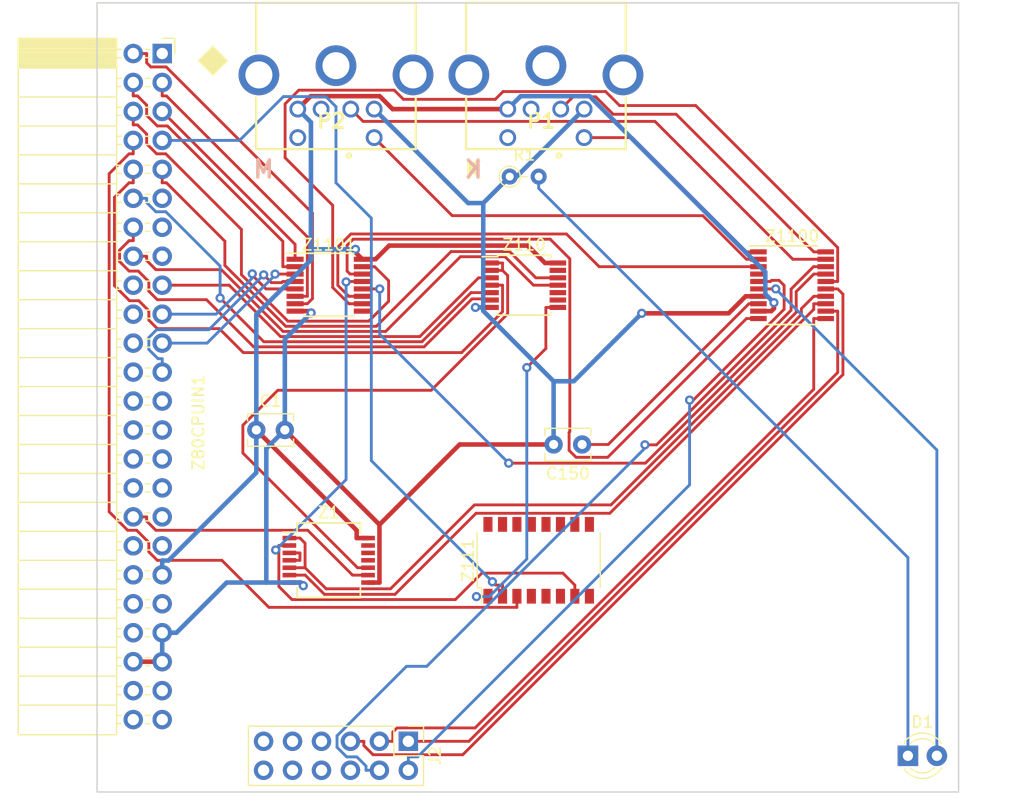
<source format=kicad_pcb>
(kicad_pcb (version 20211014) (generator pcbnew)
  (layers (0 "F.Cu" signal) (31 "B.Cu" signal) (34 "B.Paste" user) (35 "F.Paste" user) (36 "B.SilkS" user "B.Silkscreen") (37 "F.SilkS" user "F.Silkscreen") (38 "B.Mask" user) (39 "F.Mask" user) (44 "Edge.Cuts" user))
  (net 0 "")
  (net 1 "GND")
  (net 2 "/~{INT}")
  (net 3 "/~{NMI}")
  (net 4 "/+9Vsm")
  (net 5 "/~{HALT}")
  (net 6 "/~{MREQ}")
  (net 7 "/~{CPUCLK}")
  (net 8 "/~{IOREQ}")
  (net 9 "/A11")
  (net 10 "/~{RD}")
  (net 11 "/A12")
  (net 12 "/~{WR}")
  (net 13 "/A13")
  (net 14 "/~{BUSAK}")
  (net 15 "/A14")
  (net 16 "/~{WAIT}")
  (net 17 "/A15")
  (net 18 "/~{BUSRQ}")
  (net 19 "/DA4")
  (net 20 "/~{RESET}")
  (net 21 "/DA3")
  (net 22 "/~{M1}")
  (net 23 "/DA5")
  (net 24 "/~{REFSH}")
  (net 25 "/A2")
  (net 26 "/A6")
  (net 27 "/A10")
  (net 28 "/A5")
  (net 29 "/A9")
  (net 30 "/A4")
  (net 31 "/A8")
  (net 32 "/A3")
  (net 33 "/A7")
  (net 34 "/A1")
  (net 35 "/A0")
  (net 36 "/DA0")
  (net 37 "/DA1")
  (net 38 "/DA2")
  (net 39 "/DA6")
  (net 40 "/DA7")
  (net 41 "/~{WE}")
  (net 46 "VCC")
  (net 47 "/VCAP")
  (net 48 "/PD3-(HS)-AIN4-TIM2_CH2-ADC_ETR")
  (net 49 "/UART1_RX-AIN6-(HS)-PD6")
  (net 50 "/PD2(HS)-AIN3-[TIM2_CH3]")
  (net 51 "/PD1(HS)-SWIM")
  (net 52 "/PC7(HS)-SPI_MISO-[TIM1_CH2]")
  (net 53 "/PC6(HS)-SPI_MOSI-[TIM1_CH1]")
  (net 54 "/PC5-(HS)-SPI_SCK-[TIM2_CH1]")
  (net 55 "/PC4[HS]-TIM1_CH4-CLK_CCO-AIN2-[TIM1_CH2N]")
  (net 56 "/PC3(HS)-TIM1_CH3-[TLI]-[TIM1_CH1N]")
  (net 57 "/SPI_NSS-TIM2_CH3-(HS)PA3")
  (net 58 "/OSCOUT-PA2")
  (net 59 "/OSCIN-PA1")
  (net 60 "/NRST")
  (net 66 "/PS2+CLK2")
  (net 67 "/PS2+CLK1")
  (net 76 "/~{Q}")
  (net 77 "Net-(Z1-Pad10)")
  (net 78 "/PS2-Socket")
  (net 82 "Net-(Z110-Pad8)")
  (net 86 "Net-(D1-Pad1)")
  (net 93 "/PB5(T)-I2C_SDA[TIM1_BKIN]")
  (net 94 "/PB4(T)-I2C_SCL[ADC_ETR]")
  (footprint "Connector_PinSocket_2.54mm:PinSocket_2x24_P2.54mm_Horizontal" (layer "F.Cu") (at 59.055 41.275)
    (fp_text reference "Z80CPUIN1")
    (fp_text value "Conn_02x24_Odd_Even")
  )
  (footprint "Capacitor_THT:C_Disc_D3.8mm_W2.6mm_P2.50mm" (layer "F.Cu") (at 95.885 75.565 180)
    (fp_text reference "C150")
    (fp_text value "1uF")
  )
  (footprint "Local:5749180-1" (layer "F.Cu") (at 92.71 36.83)
    (fp_text reference "P1")
    (fp_text value "Mini-DIN-6" hide)
  )
  (footprint "Connector_PinHeader_2.54mm:PinHeader_2x06_P2.54mm_Vertical" (layer "F.Cu") (at 80.645 101.6 -90)
    (fp_text reference "J2")
    (fp_text value "Conn_02x06_Counter_Clockwise")
  )
  (footprint "Package_SO:TSSOP-20_4.4x6.5mm_P0.65mm" (layer "F.Cu") (at 114.3 61.595)
    (fp_text reference "Z1100")
    (fp_text value "STM8S003F3P6")
  )
  (footprint "Package_SO:TSSOP-16_4.4x5mm_P0.65mm" (layer "F.Cu") (at 73.66 61.595)
    (fp_text reference "Z1101")
    (fp_text value "74AHCT595PW,118")
  )
  (footprint "Local:5749180-1" (layer "F.Cu") (at 74.295 36.83)
    (fp_text reference "P2")
    (fp_text value "Mini-DIN-6" hide)
  )
  (footprint "Package_SO:SSOP-14_5.3x6.2mm_P0.65mm" (layer "F.Cu") (at 73.66 85.725)
    (fp_text reference "Z1")
    (fp_text value "SN74AHCT02PWR")
  )
  (footprint "Package_SO:TSSOP-14_4.4x5mm_P0.65mm" (layer "F.Cu") (at 90.805 61.595)
    (fp_text reference "Z110")
    (fp_text value "74AHCT30PW,118")
  )
  (footprint "Package_SO:SOP-16_4.4x10.4mm_P1.27mm" (layer "F.Cu") (at 92.075 85.725 90)
    (fp_text reference "Z111")
    (fp_text value "SN74AHCT139D")
  )
  (footprint "LED_THT:LED_D3.0mm" (layer "F.Cu") (at 124.46 102.87)
    (fp_text reference "D1")
    (fp_text value "C503C-RCN-CYAZaAA1")
  )
  (footprint "Resistor_THT:R_Axial_DIN0204_L3.6mm_D1.6mm_P2.54mm_Vertical" (layer "F.Cu") (at 89.535 52.07)
    (fp_text reference "R1")
    (fp_text value "220")
  )
  (footprint "Capacitor_THT:C_Disc_D3.8mm_W2.6mm_P2.50mm" (layer "F.Cu") (at 67.31 74.295)
    (fp_text reference "C1")
    (fp_text value "0.1 uF")
  )
  (gr_poly (pts (xy 62.23 41.91) (xy 63.5 40.64) (xy 64.77 41.91) (xy 63.5 43.18)) (layer "F.SilkS") (width 0.1) (fill solid))
  (gr_line (start 53.34 106.045) (end 53.34 36.83) (layer "Edge.Cuts") (width 0.12))
  (gr_line (start 53.34 36.83) (end 128.905 36.83) (layer "Edge.Cuts") (width 0.12))
  (gr_line (start 128.905 36.83) (end 128.905 106.045) (layer "Edge.Cuts") (width 0.12))
  (gr_line (start 128.905 106.045) (end 53.34 106.045) (layer "Edge.Cuts") (width 0.12))
  (gr_text "K" (at 86.36 51.435) (layer "B.SilkS") (effects (font (size 1.5 1.5) (thickness 0.3)) (justify mirror)))
  (gr_text "M" (at 67.945 51.435) (layer "B.SilkS") (effects (font (size 1.5 1.5) (thickness 0.3)) (justify mirror)))
  (gr_text "M" (at 67.945 51.435) (layer "F.SilkS") (effects (font (size 1.5 1.5) (thickness 0.3))))
  (gr_text "K" (at 86.36 51.435) (layer "F.SilkS") (effects (font (size 1.5 1.5) (thickness 0.3))))
  (segment (start 70.21 87.675) (end 71.2103 87.675) (width 0.4) (layer "F.Cu") (net 1))
  (segment (start 77.11 87.675) (end 78.1103 87.675) (width 0.4) (layer "F.Cu") (net 1))
  (segment (start 110.2247 62.57) (end 108.7349 64.0598) (width 0.4) (layer "F.Cu") (net 1))
  (segment (start 111.35 62.57) (end 110.2247 62.57) (width 0.4) (layer "F.Cu") (net 1))
  (segment (start 93.385 75.565) (end 85.1406 75.565) (width 0.4) (layer "F.Cu") (net 1))
  (segment (start 72.0142 64.0239) (end 72.1165 64.0239) (width 0.4) (layer "F.Cu") (net 1))
  (segment (start 86.7297 63.545) (end 86.5274 63.545) (width 0.4) (layer "F.Cu") (net 1))
  (segment (start 71.2103 87.7315) (end 71.2103 87.675) (width 0.4) (layer "F.Cu") (net 1))
  (segment (start 71.8603 63.87) (end 72.0142 64.0239) (width 0.4) (layer "F.Cu") (net 1))
  (segment (start 108.7349 64.0598) (end 101.1147 64.0598) (width 0.4) (layer "F.Cu") (net 1))
  (segment (start 78.1103 82.5953) (end 78.1103 87.675) (width 0.4) (layer "F.Cu") (net 1))
  (segment (start 71.4313 87.9525) (end 71.2103 87.7315) (width 0.4) (layer "F.Cu") (net 1))
  (segment (start 87.855 63.545) (end 86.7297 63.545) (width 0.4) (layer "F.Cu") (net 1))
  (segment (start 85.1406 75.565) (end 78.1103 82.5953) (width 0.4) (layer "F.Cu") (net 1))
  (segment (start 69.81 74.295) (end 78.1103 82.5953) (width 0.4) (layer "F.Cu") (net 1))
  (segment (start 59.055 94.615) (end 56.515 94.615) (width 0.4) (layer "F.Cu") (net 1))
  (segment (start 70.71 63.87) (end 71.8603 63.87) (width 0.4) (layer "F.Cu") (net 1))
  (via (at 101.1147 64.0598) (size 0.8) (drill 0.4) (layers "F.Cu" "B.Cu") (net 1))
  (via (at 72.1165 64.0239) (size 0.8) (drill 0.4) (layers "F.Cu" "B.Cu") (net 1))
  (via (at 86.5274 63.545) (size 0.8) (drill 0.4) (layers "F.Cu" "B.Cu") (net 1))
  (via (at 71.4313 87.9525) (size 0.8) (drill 0.4) (layers "F.Cu" "B.Cu") (net 1))
  (segment (start 68.1863 87.6735) (end 71.1523 87.6735) (width 0.4) (layer "B.Cu") (net 1))
  (segment (start 96.06 46.15) (end 90.14 52.07) (width 0.4) (layer "B.Cu") (net 1))
  (segment (start 69.81 66.3304) (end 72.1165 64.0239) (width 0.4) (layer "B.Cu") (net 1))
  (segment (start 69.81 74.295) (end 68.1863 75.9187) (width 0.4) (layer "B.Cu") (net 1))
  (segment (start 64.7068 87.6735) (end 68.1863 87.6735) (width 0.4) (layer "B.Cu") (net 1))
  (segment (start 87.2143 54.3907) (end 85.8857 54.3907) (width 0.4) (layer "B.Cu") (net 1))
  (segment (start 95.1554 70.0191) (end 101.1147 64.0598) (width 0.4) (layer "B.Cu") (net 1))
  (segment (start 59.055 92.075) (end 60.3053 92.075) (width 0.4) (layer "B.Cu") (net 1))
  (segment (start 87.2143 54.3907) (end 89.535 52.07) (width 0.4) (layer "B.Cu") (net 1))
  (segment (start 68.1863 75.9187) (end 68.1863 87.6735) (width 0.4) (layer "B.Cu") (net 1))
  (segment (start 71.1523 87.6735) (end 71.4313 87.9525) (width 0.4) (layer "B.Cu") (net 1))
  (segment (start 87.2143 63.545) (end 87.2143 54.3907) (width 0.4) (layer "B.Cu") (net 1))
  (segment (start 90.14 52.07) (end 89.535 52.07) (width 0.4) (layer "B.Cu") (net 1))
  (segment (start 69.81 74.295) (end 69.81 66.3304) (width 0.4) (layer "B.Cu") (net 1))
  (segment (start 59.055 94.615) (end 59.055 92.075) (width 0.4) (layer "B.Cu") (net 1))
  (segment (start 85.8857 54.3907) (end 77.645 46.15) (width 0.4) (layer "B.Cu") (net 1))
  (segment (start 87.2143 63.8484) (end 93.385 70.0191) (width 0.4) (layer "B.Cu") (net 1))
  (segment (start 86.5274 63.545) (end 87.2143 63.545) (width 0.4) (layer "B.Cu") (net 1))
  (segment (start 60.3053 92.075) (end 64.7068 87.6735) (width 0.4) (layer "B.Cu") (net 1))
  (segment (start 87.2143 63.545) (end 87.2143 63.8484) (width 0.4) (layer "B.Cu") (net 1))
  (segment (start 93.385 70.0191) (end 95.1554 70.0191) (width 0.4) (layer "B.Cu") (net 1))
  (segment (start 93.385 75.565) (end 93.385 70.0191) (width 0.4) (layer "B.Cu") (net 1))
  (segment (start 75.7499 87.025) (end 71.8152 83.0903) (width 0.25) (layer "F.Cu") (net 8))
  (segment (start 71.8152 83.0903) (end 58.4982 83.0903) (width 0.25) (layer "F.Cu") (net 8))
  (segment (start 56.515 81.915) (end 57.6903 81.915) (width 0.25) (layer "F.Cu") (net 8))
  (segment (start 77.11 87.025) (end 75.7499 87.025) (width 0.25) (layer "F.Cu") (net 8))
  (segment (start 57.6903 82.2824) (end 57.6903 81.915) (width 0.25) (layer "F.Cu") (net 8))
  (segment (start 58.4982 83.0903) (end 57.6903 82.2824) (width 0.25) (layer "F.Cu") (net 8))
  (segment (start 70.71 61.27) (end 69.6347 61.27) (width 0.25) (layer "F.Cu") (net 19))
  (segment (start 68.6347 61.3696) (end 67.9537 60.6886) (width 0.25) (layer "F.Cu") (net 19))
  (segment (start 69.5351 61.3696) (end 68.6347 61.3696) (width 0.25) (layer "F.Cu") (net 19))
  (segment (start 69.6347 61.27) (end 69.5351 61.3696) (width 0.25) (layer "F.Cu") (net 19))
  (via (at 67.9537 60.6886) (size 0.8) (drill 0.4) (layers "F.Cu" "B.Cu") (net 19))
  (segment (start 57.8796 66.1856) (end 58.5656 65.4996) (width 0.25) (layer "B.Cu") (net 19))
  (segment (start 59.055 68.0397) (end 58.6877 68.0397) (width 0.25) (layer "B.Cu") (net 19))
  (segment (start 57.8796 67.2316) (end 57.8796 66.1856) (width 0.25) (layer "B.Cu") (net 19))
  (segment (start 58.6877 68.0397) (end 57.8796 67.2316) (width 0.25) (layer "B.Cu") (net 19))
  (segment (start 63.1427 65.4996) (end 67.9537 60.6886) (width 0.25) (layer "B.Cu") (net 19))
  (segment (start 59.055 69.215) (end 59.055 68.0397) (width 0.25) (layer "B.Cu") (net 19))
  (segment (start 58.5656 65.4996) (end 63.1427 65.4996) (width 0.25) (layer "B.Cu") (net 19))
  (segment (start 68.9541 60.62) (end 70.71 60.62) (width 0.25) (layer "F.Cu") (net 21))
  (via (at 68.9541 60.62) (size 0.8) (drill 0.4) (layers "F.Cu" "B.Cu") (net 21))
  (segment (start 68.9541 60.714) (end 68.9541 60.62) (width 0.25) (layer "B.Cu") (net 21))
  (segment (start 59.055 66.675) (end 62.9931 66.675) (width 0.25) (layer "B.Cu") (net 21))
  (segment (start 62.9931 66.675) (end 68.9541 60.714) (width 0.25) (layer "B.Cu") (net 21))
  (segment (start 70.71 61.92) (end 68.1592 61.92) (width 0.25) (layer "F.Cu") (net 23))
  (segment (start 66.9533 60.7141) (end 66.9533 60.5989) (width 0.25) (layer "F.Cu") (net 23))
  (segment (start 68.1592 61.92) (end 66.9533 60.7141) (width 0.25) (layer "F.Cu") (net 23))
  (via (at 66.9533 60.5989) (size 0.8) (drill 0.4) (layers "F.Cu" "B.Cu") (net 23))
  (segment (start 66.9533 60.9658) (end 66.9533 60.5989) (width 0.25) (layer "B.Cu") (net 23))
  (segment (start 59.055 64.135) (end 63.7841 64.135) (width 0.25) (layer "B.Cu") (net 23))
  (segment (start 63.7841 64.135) (end 66.9533 60.9658) (width 0.25) (layer "B.Cu") (net 23))
  (segment (start 59.055 61.595) (end 60.2303 61.595) (width 0.25) (layer "F.Cu") (net 25))
  (segment (start 86.8047 60.945) (end 81.6495 66.1002) (width 0.25) (layer "F.Cu") (net 25))
  (segment (start 81.6495 66.1002) (end 69.4338 66.1002) (width 0.25) (layer "F.Cu") (net 25))
  (segment (start 69.4338 66.1002) (end 64.9286 61.595) (width 0.25) (layer "F.Cu") (net 25))
  (segment (start 64.9286 61.595) (end 60.2303 61.595) (width 0.25) (layer "F.Cu") (net 25))
  (segment (start 87.855 60.945) (end 86.8047 60.945) (width 0.25) (layer "F.Cu") (net 25))
  (segment (start 93.755 61.595) (end 91.6216 61.595) (width 0.25) (layer "F.Cu") (net 26))
  (segment (start 89.1213 59.0947) (end 85.215 59.0947) (width 0.25) (layer "F.Cu") (net 26))
  (segment (start 64.234 60.2303) (end 58.4982 60.2303) (width 0.25) (layer "F.Cu") (net 26))
  (segment (start 57.6903 59.4224) (end 57.6903 59.055) (width 0.25) (layer "F.Cu") (net 26))
  (segment (start 56.515 59.055) (end 57.6903 59.055) (width 0.25) (layer "F.Cu") (net 26))
  (segment (start 69.6536 65.6499) (end 64.234 60.2303) (width 0.25) (layer "F.Cu") (net 26))
  (segment (start 85.215 59.0947) (end 78.6598 65.6499) (width 0.25) (layer "F.Cu") (net 26))
  (segment (start 78.6598 65.6499) (end 69.6536 65.6499) (width 0.25) (layer "F.Cu") (net 26))
  (segment (start 58.4982 60.2303) (end 57.6903 59.4224) (width 0.25) (layer "F.Cu") (net 26))
  (segment (start 91.6216 61.595) (end 89.1213 59.0947) (width 0.25) (layer "F.Cu") (net 26))
  (segment (start 56.515 56.515) (end 56.515 57.6903) (width 0.25) (layer "F.Cu") (net 28))
  (segment (start 56.1477 57.6903) (end 55.3166 58.5214) (width 0.25) (layer "F.Cu") (net 28))
  (segment (start 56.9626 60.3584) (end 57.8796 61.2754) (width 0.25) (layer "F.Cu") (net 28))
  (segment (start 57.8796 62.1206) (end 58.624 62.865) (width 0.25) (layer "F.Cu") (net 28))
  (segment (start 86.2281 62.7954) (end 87.7554 62.7954) (width 0.25) (layer "F.Cu") (net 28))
  (segment (start 56.515 57.6903) (end 56.1477 57.6903) (width 0.25) (layer "F.Cu") (net 28))
  (segment (start 82.0227 67.0008) (end 86.2281 62.7954) (width 0.25) (layer "F.Cu") (net 28))
  (segment (start 58.624 62.865) (end 62.9371 62.865) (width 0.25) (layer "F.Cu") (net 28))
  (segment (start 87.7554 62.7954) (end 87.855 62.895) (width 0.25) (layer "F.Cu") (net 28))
  (segment (start 56.1533 60.3584) (end 56.9626 60.3584) (width 0.25) (layer "F.Cu") (net 28))
  (segment (start 62.9371 62.865) (end 67.0729 67.0008) (width 0.25) (layer "F.Cu") (net 28))
  (segment (start 67.0729 67.0008) (end 82.0227 67.0008) (width 0.25) (layer "F.Cu") (net 28))
  (segment (start 57.8796 61.2754) (end 57.8796 62.1206) (width 0.25) (layer "F.Cu") (net 28))
  (segment (start 55.3166 59.5217) (end 56.1533 60.3584) (width 0.25) (layer "F.Cu") (net 28))
  (segment (start 55.3166 58.5214) (end 55.3166 59.5217) (width 0.25) (layer "F.Cu") (net 28))
  (segment (start 86.1416 62.245) (end 81.8361 66.5505) (width 0.25) (layer "F.Cu") (net 30))
  (segment (start 67.9605 66.5505) (end 64.134 62.724) (width 0.25) (layer "F.Cu") (net 30))
  (segment (start 87.855 62.245) (end 86.1416 62.245) (width 0.25) (layer "F.Cu") (net 30))
  (segment (start 81.8361 66.5505) (end 67.9605 66.5505) (width 0.25) (layer "F.Cu") (net 30))
  (via (at 64.134 62.724) (size 0.8) (drill 0.4) (layers "F.Cu" "B.Cu") (net 30))
  (segment (start 57.6903 53.975) (end 57.6903 54.3424) (width 0.25) (layer "B.Cu") (net 30))
  (segment (start 57.6903 54.3424) (end 58.4982 55.1503) (width 0.25) (layer "B.Cu") (net 30))
  (segment (start 56.515 53.975) (end 57.6903 53.975) (width 0.25) (layer "B.Cu") (net 30))
  (segment (start 59.3715 55.1503) (end 64.134 59.9128) (width 0.25) (layer "B.Cu") (net 30))
  (segment (start 64.134 59.9128) (end 64.134 62.724) (width 0.25) (layer "B.Cu") (net 30))
  (segment (start 58.4982 55.1503) (end 59.3715 55.1503) (width 0.25) (layer "B.Cu") (net 30))
  (segment (start 56.1477 52.6103) (end 54.8662 53.8918) (width 0.25) (layer "F.Cu") (net 32))
  (segment (start 54.8662 53.8918) (end 54.8662 61.6344) (width 0.25) (layer "F.Cu") (net 32))
  (segment (start 56.1869 62.9551) (end 56.9993 62.9551) (width 0.25) (layer "F.Cu") (net 32))
  (segment (start 56.515 51.435) (end 56.515 52.6103) (width 0.25) (layer "F.Cu") (net 32))
  (segment (start 88.9053 63.9173) (end 88.9053 61.595) (width 0.25) (layer "F.Cu") (net 32))
  (segment (start 64.0624 65.405) (end 66.163 67.5056) (width 0.25) (layer "F.Cu") (net 32))
  (segment (start 66.163 67.5056) (end 85.317 67.5056) (width 0.25) (layer "F.Cu") (net 32))
  (segment (start 54.8662 61.6344) (end 56.1869 62.9551) (width 0.25) (layer "F.Cu") (net 32))
  (segment (start 85.317 67.5056) (end 88.9053 63.9173) (width 0.25) (layer "F.Cu") (net 32))
  (segment (start 57.8796 64.6606) (end 58.624 65.405) (width 0.25) (layer "F.Cu") (net 32))
  (segment (start 58.624 65.405) (end 64.0624 65.405) (width 0.25) (layer "F.Cu") (net 32))
  (segment (start 57.8796 63.8354) (end 57.8796 64.6606) (width 0.25) (layer "F.Cu") (net 32))
  (segment (start 56.9993 62.9551) (end 57.8796 63.8354) (width 0.25) (layer "F.Cu") (net 32))
  (segment (start 56.515 52.6103) (end 56.1477 52.6103) (width 0.25) (layer "F.Cu") (net 32))
  (segment (start 87.855 61.595) (end 88.9053 61.595) (width 0.25) (layer "F.Cu") (net 32))
  (segment (start 77.8363 65.1996) (end 69.8911 65.1996) (width 0.25) (layer "F.Cu") (net 33))
  (segment (start 84.3915 58.6444) (end 77.8363 65.1996) (width 0.25) (layer "F.Cu") (net 33))
  (segment (start 91.8263 60.945) (end 89.5257 58.6444) (width 0.25) (layer "F.Cu") (net 33))
  (segment (start 69.8911 65.1996) (end 64.5505 59.859) (width 0.25) (layer "F.Cu") (net 33))
  (segment (start 59.4224 52.6103) (end 59.055 52.6103) (width 0.25) (layer "F.Cu") (net 33))
  (segment (start 59.055 51.435) (end 59.055 52.6103) (width 0.25) (layer "F.Cu") (net 33))
  (segment (start 93.755 60.945) (end 91.8263 60.945) (width 0.25) (layer "F.Cu") (net 33))
  (segment (start 64.5505 57.7384) (end 59.4224 52.6103) (width 0.25) (layer "F.Cu") (net 33))
  (segment (start 64.5505 59.859) (end 64.5505 57.7384) (width 0.25) (layer "F.Cu") (net 33))
  (segment (start 89.5257 58.6444) (end 84.3915 58.6444) (width 0.25) (layer "F.Cu") (net 33))
  (segment (start 57.8796 84.1554) (end 57.8796 84.9806) (width 0.25) (layer "F.Cu") (net 34))
  (segment (start 56.515 50.0703) (end 56.1477 50.0703) (width 0.25) (layer "F.Cu") (net 34))
  (segment (start 90.165 88.875) (end 90.165 89.8503) (width 0.25) (layer "F.Cu") (net 34))
  (segment (start 58.624 85.725) (end 64.2854 85.725) (width 0.25) (layer "F.Cu") (net 34))
  (segment (start 56.8145 83.0903) (end 57.8796 84.1554) (width 0.25) (layer "F.Cu") (net 34))
  (segment (start 68.4107 89.8503) (end 90.165 89.8503) (width 0.25) (layer "F.Cu") (net 34))
  (segment (start 57.8796 84.9806) (end 58.624 85.725) (width 0.25) (layer "F.Cu") (net 34))
  (segment (start 56.0255 83.0903) (end 56.8145 83.0903) (width 0.25) (layer "F.Cu") (net 34))
  (segment (start 64.2854 85.725) (end 68.4107 89.8503) (width 0.25) (layer "F.Cu") (net 34))
  (segment (start 56.515 48.895) (end 56.515 50.0703) (width 0.25) (layer "F.Cu") (net 34))
  (segment (start 56.1477 50.0703) (end 54.4029 51.8151) (width 0.25) (layer "F.Cu") (net 34))
  (segment (start 54.4029 51.8151) (end 54.4029 81.4677) (width 0.25) (layer "F.Cu") (net 34))
  (segment (start 54.4029 81.4677) (end 56.0255 83.0903) (width 0.25) (layer "F.Cu") (net 34))
  (segment (start 88.905 87.8997) (end 88.3122 87.8997) (width 0.25) (layer "F.Cu") (net 35))
  (segment (start 88.3122 87.8997) (end 88.0163 87.6038) (width 0.25) (layer "F.Cu") (net 35))
  (segment (start 88.905 88.875) (end 88.905 87.8997) (width 0.25) (layer "F.Cu") (net 35))
  (via (at 88.0163 87.6038) (size 0.8) (drill 0.4) (layers "F.Cu" "B.Cu") (net 35))
  (segment (start 77.3962 76.9837) (end 88.0163 87.6038) (width 0.25) (layer "B.Cu") (net 35))
  (segment (start 74.295 45.9362) (end 74.295 52.6086) (width 0.25) (layer "B.Cu") (net 35))
  (segment (start 65.84 48.895) (end 69.682 45.053) (width 0.25) (layer "B.Cu") (net 35))
  (segment (start 77.3962 55.7098) (end 77.3962 76.9837) (width 0.25) (layer "B.Cu") (net 35))
  (segment (start 59.055 48.895) (end 65.84 48.895) (width 0.25) (layer "B.Cu") (net 35))
  (segment (start 73.4118 45.053) (end 74.295 45.9362) (width 0.25) (layer "B.Cu") (net 35))
  (segment (start 69.682 45.053) (end 73.4118 45.053) (width 0.25) (layer "B.Cu") (net 35))
  (segment (start 74.295 52.6086) (end 77.3962 55.7098) (width 0.25) (layer "B.Cu") (net 35))
  (segment (start 77.6853 59.97) (end 78.9125 61.1972) (width 0.25) (layer "F.Cu") (net 36))
  (segment (start 66.0022 60.6737) (end 66.0022 56.7078) (width 0.25) (layer "F.Cu") (net 36))
  (segment (start 76.61 59.97) (end 77.6853 59.97) (width 0.25) (layer "F.Cu") (net 36))
  (segment (start 78.9125 63.004) (end 77.1672 64.7493) (width 0.25) (layer "F.Cu") (net 36))
  (segment (start 56.8824 47.5303) (end 56.515 47.5303) (width 0.25) (layer "F.Cu") (net 36))
  (segment (start 57.6903 49.1951) (end 57.6903 48.3382) (width 0.25) (layer "F.Cu") (net 36))
  (segment (start 66.0022 56.7078) (end 59.3648 50.0704) (width 0.25) (layer "F.Cu") (net 36))
  (segment (start 59.3648 50.0704) (end 58.5656 50.0704) (width 0.25) (layer "F.Cu") (net 36))
  (segment (start 70.0778 64.7493) (end 66.0022 60.6737) (width 0.25) (layer "F.Cu") (net 36))
  (segment (start 58.5656 50.0704) (end 57.6903 49.1951) (width 0.25) (layer "F.Cu") (net 36))
  (segment (start 57.6903 48.3382) (end 56.8824 47.5303) (width 0.25) (layer "F.Cu") (net 36))
  (segment (start 78.9125 61.1972) (end 78.9125 63.004) (width 0.25) (layer "F.Cu") (net 36))
  (segment (start 77.1672 64.7493) (end 70.0778 64.7493) (width 0.25) (layer "F.Cu") (net 36))
  (segment (start 56.515 46.355) (end 56.515 47.5303) (width 0.25) (layer "F.Cu") (net 36))
  (segment (start 59.055 46.355) (end 70.71 58.01) (width 0.25) (layer "F.Cu") (net 37))
  (segment (start 70.71 58.01) (end 70.71 59.32) (width 0.25) (layer "F.Cu") (net 37))
  (segment (start 57.6903 46.6913) (end 58.624 47.625) (width 0.25) (layer "F.Cu") (net 38))
  (segment (start 56.515 44.9903) (end 56.8824 44.9903) (width 0.25) (layer "F.Cu") (net 38))
  (segment (start 69.6347 57.7483) (end 69.6347 59.97) (width 0.25) (layer "F.Cu") (net 38))
  (segment (start 56.515 43.815) (end 56.515 44.9903) (width 0.25) (layer "F.Cu") (net 38))
  (segment (start 59.5114 47.625) (end 69.6347 57.7483) (width 0.25) (layer "F.Cu") (net 38))
  (segment (start 70.71 59.97) (end 69.6347 59.97) (width 0.25) (layer "F.Cu") (net 38))
  (segment (start 56.8824 44.9903) (end 57.6903 45.7982) (width 0.25) (layer "F.Cu") (net 38))
  (segment (start 58.624 47.625) (end 59.5114 47.625) (width 0.25) (layer "F.Cu") (net 38))
  (segment (start 57.6903 45.7982) (end 57.6903 46.6913) (width 0.25) (layer "F.Cu") (net 38))
  (segment (start 71.7853 57.3533) (end 59.4223 44.9903) (width 0.25) (layer "F.Cu") (net 39))
  (segment (start 71.7853 62.57) (end 71.7853 57.3533) (width 0.25) (layer "F.Cu") (net 39))
  (segment (start 59.4223 44.9903) (end 59.055 44.9903) (width 0.25) (layer "F.Cu") (net 39))
  (segment (start 59.055 43.815) (end 59.055 44.9903) (width 0.25) (layer "F.Cu") (net 39))
  (segment (start 70.71 62.57) (end 71.7853 62.57) (width 0.25) (layer "F.Cu") (net 39))
  (segment (start 70.71 63.22) (end 71.7853 63.22) (width 0.25) (layer "F.Cu") (net 40))
  (segment (start 59.406 42.4503) (end 72.2356 55.2799) (width 0.25) (layer "F.Cu") (net 40))
  (segment (start 57.6903 41.275) (end 57.6903 42.0831) (width 0.25) (layer "F.Cu") (net 40))
  (segment (start 56.515 41.275) (end 57.6903 41.275) (width 0.25) (layer "F.Cu") (net 40))
  (segment (start 72.2356 62.7697) (end 71.7853 63.22) (width 0.25) (layer "F.Cu") (net 40))
  (segment (start 72.2356 55.2799) (end 72.2356 62.7697) (width 0.25) (layer "F.Cu") (net 40))
  (segment (start 58.0575 42.4503) (end 59.406 42.4503) (width 0.25) (layer "F.Cu") (net 40))
  (segment (start 57.6903 42.0831) (end 58.0575 42.4503) (width 0.25) (layer "F.Cu") (net 40))
  (segment (start 77.11 83.775) (end 76.1097 83.775) (width 0.4) (layer "F.Cu") (net 46))
  (segment (start 72.0804 45.0146) (end 78.1276 45.0146) (width 0.4) (layer "F.Cu") (net 46))
  (segment (start 93.755 59.645) (end 92.6297 59.645) (width 0.4) (layer "F.Cu") (net 46))
  (segment (start 76.1097 83.0947) (end 76.1097 83.775) (width 0.4) (layer "F.Cu") (net 46))
  (segment (start 78.9612 58.1191) (end 77.7603 59.32) (width 0.4) (layer "F.Cu") (net 46))
  (segment (start 78.1276 45.0146) (end 79.263 46.15) (width 0.4) (layer "F.Cu") (net 46))
  (segment (start 92.6297 59.645) (end 91.1038 58.1191) (width 0.4) (layer "F.Cu") (net 46))
  (segment (start 67.31 74.295) (end 76.1097 83.0947) (width 0.4) (layer "F.Cu") (net 46))
  (segment (start 91.1038 58.1191) (end 78.9612 58.1191) (width 0.4) (layer "F.Cu") (net 46))
  (segment (start 79.263 46.15) (end 89.36 46.15) (width 0.4) (layer "F.Cu") (net 46))
  (segment (start 70.945 46.15) (end 72.0804 45.0146) (width 0.4) (layer "F.Cu") (net 46))
  (segment (start 76.008 58.718) (end 76.008 58.4476) (width 0.4) (layer "F.Cu") (net 46))
  (segment (start 76.61 59.32) (end 77.7603 59.32) (width 0.4) (layer "F.Cu") (net 46))
  (segment (start 112.7072 63.6381) (end 112.4753 63.87) (width 0.4) (layer "F.Cu") (net 46))
  (segment (start 76.61 59.32) (end 76.008 58.718) (width 0.4) (layer "F.Cu") (net 46))
  (segment (start 112.7072 63.1293) (end 112.7072 63.6381) (width 0.4) (layer "F.Cu") (net 46))
  (segment (start 111.35 63.87) (end 112.4753 63.87) (width 0.4) (layer "F.Cu") (net 46))
  (via (at 76.008 58.4476) (size 0.8) (drill 0.4) (layers "F.Cu" "B.Cu") (net 46))
  (via (at 112.7072 63.1293) (size 0.8) (drill 0.4) (layers "F.Cu" "B.Cu") (net 46))
  (segment (start 72.0992 58.4476) (end 76.008 58.4476) (width 0.4) (layer "B.Cu") (net 46))
  (segment (start 90.4954 45.0146) (end 96.5328 45.0146) (width 0.4) (layer "B.Cu") (net 46))
  (segment (start 59.055 85.7447) (end 59.602 85.7447) (width 0.4) (layer "B.Cu") (net 46))
  (segment (start 72.0992 47.3042) (end 70.945 46.15) (width 0.4) (layer "B.Cu") (net 46))
  (segment (start 111.9518 60.4336) (end 111.9518 62.3739) (width 0.4) (layer "B.Cu") (net 46))
  (segment (start 111.9518 62.3739) (end 112.7072 63.1293) (width 0.4) (layer "B.Cu") (net 46))
  (segment (start 67.31 78.0367) (end 67.31 74.295) (width 0.4) (layer "B.Cu") (net 46))
  (segment (start 72.0992 59.3761) (end 72.0992 58.4476) (width 0.4) (layer "B.Cu") (net 46))
  (segment (start 72.0992 58.4476) (end 72.0992 47.3042) (width 0.4) (layer "B.Cu") (net 46))
  (segment (start 89.36 46.15) (end 90.4954 45.0146) (width 0.4) (layer "B.Cu") (net 46))
  (segment (start 67.31 64.1653) (end 72.0992 59.3761) (width 0.4) (layer "B.Cu") (net 46))
  (segment (start 59.055 86.995) (end 59.055 85.7447) (width 0.4) (layer "B.Cu") (net 46))
  (segment (start 59.602 85.7447) (end 67.31 78.0367) (width 0.4) (layer "B.Cu") (net 46))
  (segment (start 67.31 74.295) (end 67.31 64.1653) (width 0.4) (layer "B.Cu") (net 46))
  (segment (start 96.5328 45.0146) (end 111.9518 60.4336) (width 0.4) (layer "B.Cu") (net 46))
  (segment (start 111.35 63.22) (end 110.5159 63.22) (width 0.25) (layer "F.Cu") (net 47))
  (segment (start 98.1709 75.565) (end 95.885 75.565) (width 0.25) (layer "F.Cu") (net 47))
  (segment (start 110.5159 63.22) (end 98.1709 75.565) (width 0.25) (layer "F.Cu") (net 47))
  (segment (start 97.0754 45.0689) (end 98.6083 46.6018) (width 0.25) (layer "F.Cu") (net 48))
  (segment (start 98.6083 46.6018) (end 104.1315 46.6018) (width 0.25) (layer "F.Cu") (net 48))
  (segment (start 104.1315 46.6018) (end 116.1997 58.67) (width 0.25) (layer "F.Cu") (net 48))
  (segment (start 94.01 46.15) (end 95.0911 45.0689) (width 0.25) (layer "F.Cu") (net 48))
  (segment (start 95.0911 45.0689) (end 97.0754 45.0689) (width 0.25) (layer "F.Cu") (net 48))
  (segment (start 117.25 58.67) (end 116.1997 58.67) (width 0.25) (layer "F.Cu") (net 48))
  (segment (start 94.5128 57.1029) (end 75.6062 57.1029) (width 0.25) (layer "F.Cu") (net 49))
  (segment (start 75.6062 57.1029) (end 74.4579 58.2512) (width 0.25) (layer "F.Cu") (net 49))
  (segment (start 76.61 62.57) (end 75.5347 62.57) (width 0.25) (layer "F.Cu") (net 49))
  (segment (start 111.35 59.97) (end 97.3799 59.97) (width 0.25) (layer "F.Cu") (net 49))
  (segment (start 97.3799 59.97) (end 94.5128 57.1029) (width 0.25) (layer "F.Cu") (net 49))
  (segment (start 74.4579 58.2512) (end 74.4579 61.6063) (width 0.25) (layer "F.Cu") (net 49))
  (segment (start 74.4579 61.6063) (end 75.4216 62.57) (width 0.25) (layer "F.Cu") (net 49))
  (segment (start 75.4216 62.57) (end 75.5347 62.57) (width 0.25) (layer "F.Cu") (net 49))
  (segment (start 75.595 46.15) (end 76.6732 47.2282) (width 0.25) (layer "F.Cu") (net 50))
  (segment (start 114.3654 59.32) (end 117.25 59.32) (width 0.25) (layer "F.Cu") (net 50))
  (segment (start 102.2736 47.2282) (end 114.3654 59.32) (width 0.25) (layer "F.Cu") (net 50))
  (segment (start 76.6732 47.2282) (end 102.2736 47.2282) (width 0.25) (layer "F.Cu") (net 50))
  (segment (start 101.3939 75.5953) (end 102.4086 75.5953) (width 0.25) (layer "F.Cu") (net 51))
  (segment (start 116.1802 59.97) (end 117.25 59.97) (width 0.25) (layer "F.Cu") (net 51))
  (segment (start 102.4086 75.5953) (end 114.2149 63.789) (width 0.25) (layer "F.Cu") (net 51))
  (segment (start 114.2149 61.9353) (end 116.1802 59.97) (width 0.25) (layer "F.Cu") (net 51))
  (segment (start 114.2149 63.789) (end 114.2149 61.9353) (width 0.25) (layer "F.Cu") (net 51))
  (via (at 101.3939 75.5953) (size 0.8) (drill 0.4) (layers "F.Cu" "B.Cu") (net 51))
  (segment (start 74.388 101.1146) (end 80.4782 95.0244) (width 0.25) (layer "B.Cu") (net 51))
  (segment (start 76.1218 102.9647) (end 75.2287 102.9647) (width 0.25) (layer "B.Cu") (net 51))
  (segment (start 76.9297 103.7726) (end 76.1218 102.9647) (width 0.25) (layer "B.Cu") (net 51))
  (segment (start 76.9297 104.14) (end 76.9297 103.7726) (width 0.25) (layer "B.Cu") (net 51))
  (segment (start 101.3939 75.8889) (end 101.3939 75.5953) (width 0.25) (layer "B.Cu") (net 51))
  (segment (start 78.105 104.14) (end 76.9297 104.14) (width 0.25) (layer "B.Cu") (net 51))
  (segment (start 75.2287 102.9647) (end 74.388 102.124) (width 0.25) (layer "B.Cu") (net 51))
  (segment (start 74.388 102.124) (end 74.388 101.1146) (width 0.25) (layer "B.Cu") (net 51))
  (segment (start 82.2584 95.0244) (end 101.3939 75.8889) (width 0.25) (layer "B.Cu") (net 51))
  (segment (start 80.4782 95.0244) (end 82.2584 95.0244) (width 0.25) (layer "B.Cu") (net 51))
  (segment (start 117.25 60.62) (end 116.1997 60.62) (width 0.25) (layer "F.Cu") (net 52))
  (segment (start 101.4373 77.2035) (end 114.6652 63.9756) (width 0.25) (layer "F.Cu") (net 52))
  (segment (start 89.4446 77.2035) (end 101.4373 77.2035) (width 0.25) (layer "F.Cu") (net 52))
  (segment (start 114.6652 63.9756) (end 114.6652 62.1545) (width 0.25) (layer "F.Cu") (net 52))
  (segment (start 114.6652 62.1545) (end 116.1997 60.62) (width 0.25) (layer "F.Cu") (net 52))
  (segment (start 76.61 61.92) (end 78.1304 61.92) (width 0.25) (layer "F.Cu") (net 52))
  (via (at 89.4446 77.2035) (size 0.8) (drill 0.4) (layers "F.Cu" "B.Cu") (net 52))
  (via (at 78.1304 61.92) (size 0.8) (drill 0.4) (layers "F.Cu" "B.Cu") (net 52))
  (segment (start 78.1304 65.8893) (end 89.4446 77.2035) (width 0.25) (layer "B.Cu") (net 52))
  (segment (start 78.1304 61.92) (end 78.1304 65.8893) (width 0.25) (layer "B.Cu") (net 52))
  (segment (start 105.8467 45.838) (end 99.1735 45.838) (width 0.25) (layer "F.Cu") (net 53))
  (segment (start 97.9458 44.6103) (end 88.9497 44.6103) (width 0.25) (layer "F.Cu") (net 53))
  (segment (start 71.0354 44.4892) (end 69.8359 45.6887) (width 0.25) (layer "F.Cu") (net 53))
  (segment (start 88.268 45.292) (end 80.2125 45.292) (width 0.25) (layer "F.Cu") (net 53))
  (segment (start 76.61 63.22) (end 75.5347 63.22) (width 0.25) (layer "F.Cu") (net 53))
  (segment (start 74.0076 54.5883) (end 74.0076 61.7929) (width 0.25) (layer "F.Cu") (net 53))
  (segment (start 118.3003 61.27) (end 118.3003 58.2916) (width 0.25) (layer "F.Cu") (net 53))
  (segment (start 118.3003 58.2916) (end 105.8467 45.838) (width 0.25) (layer "F.Cu") (net 53))
  (segment (start 69.8359 45.6887) (end 69.8359 50.4166) (width 0.25) (layer "F.Cu") (net 53))
  (segment (start 69.8359 50.4166) (end 74.0076 54.5883) (width 0.25) (layer "F.Cu") (net 53))
  (segment (start 80.2125 45.292) (end 79.4097 44.4892) (width 0.25) (layer "F.Cu") (net 53))
  (segment (start 74.0076 61.7929) (end 75.4347 63.22) (width 0.25) (layer "F.Cu") (net 53))
  (segment (start 117.25 61.27) (end 118.3003 61.27) (width 0.25) (layer "F.Cu") (net 53))
  (segment (start 79.4097 44.4892) (end 71.0354 44.4892) (width 0.25) (layer "F.Cu") (net 53))
  (segment (start 75.4347 63.22) (end 75.5347 63.22) (width 0.25) (layer "F.Cu") (net 53))
  (segment (start 99.1735 45.838) (end 97.9458 44.6103) (width 0.25) (layer "F.Cu") (net 53))
  (segment (start 88.9497 44.6103) (end 88.268 45.292) (width 0.25) (layer "F.Cu") (net 53))
  (segment (start 85.4173 102.7754) (end 118.7592 69.4335) (width 0.25) (layer "F.Cu") (net 54))
  (segment (start 118.7592 62.3789) (end 118.3003 61.92) (width 0.25) (layer "F.Cu") (net 54))
  (segment (start 76.7403 101.9673) (end 77.5484 102.7754) (width 0.25) (layer "F.Cu") (net 54))
  (segment (start 76.7403 101.6) (end 76.7403 101.9673) (width 0.25) (layer "F.Cu") (net 54))
  (segment (start 77.5484 102.7754) (end 85.4173 102.7754) (width 0.25) (layer "F.Cu") (net 54))
  (segment (start 75.565 101.6) (end 76.7403 101.6) (width 0.25) (layer "F.Cu") (net 54))
  (segment (start 117.25 61.92) (end 118.3003 61.92) (width 0.25) (layer "F.Cu") (net 54))
  (segment (start 118.7592 69.4335) (end 118.7592 62.3789) (width 0.25) (layer "F.Cu") (net 54))
  (segment (start 71.5857 86.375) (end 73.4346 88.2239) (width 0.25) (layer "F.Cu") (net 55))
  (segment (start 79.0818 88.2239) (end 86.4423 80.8634) (width 0.25) (layer "F.Cu") (net 55))
  (segment (start 117.25 62.57) (end 116.1997 62.57) (width 0.25) (layer "F.Cu") (net 55))
  (segment (start 71.1353 83.775) (end 71.5857 84.2254) (width 0.25) (layer "F.Cu") (net 55))
  (segment (start 86.4423 80.8634) (end 98.4143 80.8634) (width 0.25) (layer "F.Cu") (net 55))
  (segment (start 115.1155 63.6542) (end 116.1997 62.57) (width 0.25) (layer "F.Cu") (net 55))
  (segment (start 115.1155 64.1622) (end 115.1155 63.6542) (width 0.25) (layer "F.Cu") (net 55))
  (segment (start 98.4143 80.8634) (end 115.1155 64.1622) (width 0.25) (layer "F.Cu") (net 55))
  (segment (start 71.5857 86.375) (end 70.21 86.375) (width 0.25) (layer "F.Cu") (net 55))
  (segment (start 70.21 83.775) (end 71.1353 83.775) (width 0.25) (layer "F.Cu") (net 55))
  (segment (start 71.5857 84.2254) (end 71.5857 86.375) (width 0.25) (layer "F.Cu") (net 55))
  (segment (start 73.4346 88.2239) (end 79.0818 88.2239) (width 0.25) (layer "F.Cu") (net 55))
  (segment (start 116.1997 63.7149) (end 116.1997 63.22) (width 0.25) (layer "F.Cu") (net 56))
  (segment (start 71.5988 87.025) (end 73.2855 88.7117) (width 0.25) (layer "F.Cu") (net 56))
  (segment (start 79.4698 88.7117) (end 86.5819 81.5996) (width 0.25) (layer "F.Cu") (net 56))
  (segment (start 86.5819 81.5996) (end 98.315 81.5996) (width 0.25) (layer "F.Cu") (net 56))
  (segment (start 70.21 87.025) (end 71.5988 87.025) (width 0.25) (layer "F.Cu") (net 56))
  (segment (start 73.2855 88.7117) (end 79.4698 88.7117) (width 0.25) (layer "F.Cu") (net 56))
  (segment (start 117.25 63.22) (end 116.1997 63.22) (width 0.25) (layer "F.Cu") (net 56))
  (segment (start 98.315 81.5996) (end 116.1997 63.7149) (width 0.25) (layer "F.Cu") (net 56))
  (segment (start 94.7443 76.0833) (end 94.7443 74.5007) (width 0.25) (layer "F.Cu") (net 57))
  (segment (start 75.8082 57.5595) (end 75.2723 58.0954) (width 0.25) (layer "F.Cu") (net 57))
  (segment (start 110.2997 64.52) (end 98.1279 76.6918) (width 0.25) (layer "F.Cu") (net 57))
  (segment (start 93.0877 57.5595) (end 75.8082 57.5595) (width 0.25) (layer "F.Cu") (net 57))
  (segment (start 95.3528 76.6918) (end 94.7443 76.0833) (width 0.25) (layer "F.Cu") (net 57))
  (segment (start 76.61 60.62) (end 75.5347 60.62) (width 0.25) (layer "F.Cu") (net 57))
  (segment (start 94.8054 74.4396) (end 94.8054 59.2772) (width 0.25) (layer "F.Cu") (net 57))
  (segment (start 75.2723 58.0954) (end 75.2723 60.3576) (width 0.25) (layer "F.Cu") (net 57))
  (segment (start 75.2723 60.3576) (end 75.5347 60.62) (width 0.25) (layer "F.Cu") (net 57))
  (segment (start 98.1279 76.6918) (end 95.3528 76.6918) (width 0.25) (layer "F.Cu") (net 57))
  (segment (start 94.8054 59.2772) (end 93.0877 57.5595) (width 0.25) (layer "F.Cu") (net 57))
  (segment (start 111.35 64.52) (end 110.2997 64.52) (width 0.25) (layer "F.Cu") (net 57))
  (segment (start 94.7443 74.5007) (end 94.8054 74.4396) (width 0.25) (layer "F.Cu") (net 57))
  (segment (start 111.35 61.92) (end 112.4003 61.92) (width 0.25) (layer "F.Cu") (net 58))
  (segment (start 112.4003 61.92) (end 112.8661 61.92) (width 0.25) (layer "F.Cu") (net 58))
  (via (at 112.8661 61.92) (size 0.8) (drill 0.4) (layers "F.Cu" "B.Cu") (net 58))
  (segment (start 127 76.0539) (end 112.8661 61.92) (width 0.25) (layer "B.Cu") (net 58))
  (segment (start 127 102.87) (end 127 76.0539) (width 0.25) (layer "B.Cu") (net 58))
  (segment (start 113.6036 61.6152) (end 113.1588 61.1704) (width 0.25) (layer "F.Cu") (net 59))
  (segment (start 113.1588 61.1704) (end 112.4999 61.1704) (width 0.25) (layer "F.Cu") (net 59))
  (segment (start 111.35 61.27) (end 112.4003 61.27) (width 0.25) (layer "F.Cu") (net 59))
  (segment (start 105.3104 71.6677) (end 105.6408 71.6677) (width 0.25) (layer "F.Cu") (net 59))
  (segment (start 112.4999 61.1704) (end 112.4003 61.27) (width 0.25) (layer "F.Cu") (net 59))
  (segment (start 105.6408 71.6677) (end 113.6036 63.7049) (width 0.25) (layer "F.Cu") (net 59))
  (segment (start 113.6036 63.7049) (end 113.6036 61.6152) (width 0.25) (layer "F.Cu") (net 59))
  (via (at 105.3104 71.6677) (size 0.8) (drill 0.4) (layers "F.Cu" "B.Cu") (net 59))
  (segment (start 105.3104 79.1073) (end 105.3104 71.6677) (width 0.25) (layer "B.Cu") (net 59))
  (segment (start 80.645 104.14) (end 80.645 102.9647) (width 0.25) (layer "B.Cu") (net 59))
  (segment (start 81.453 102.9647) (end 105.3104 79.1073) (width 0.25) (layer "B.Cu") (net 59))
  (segment (start 80.645 102.9647) (end 81.453 102.9647) (width 0.25) (layer "B.Cu") (net 59))
  (segment (start 77.645 48.65) (end 84.4888 55.4938) (width 0.25) (layer "F.Cu") (net 66))
  (segment (start 106.4735 55.4938) (end 110.2997 59.32) (width 0.25) (layer "F.Cu") (net 66))
  (segment (start 84.4888 55.4938) (end 106.4735 55.4938) (width 0.25) (layer "F.Cu") (net 66))
  (segment (start 111.35 59.32) (end 110.2997 59.32) (width 0.25) (layer "F.Cu") (net 66))
  (segment (start 111.35 58.67) (end 110.2997 58.67) (width 0.25) (layer "F.Cu") (net 67))
  (segment (start 110.2997 58.67) (end 100.2797 48.65) (width 0.25) (layer "F.Cu") (net 67))
  (segment (start 100.2797 48.65) (end 96.06 48.65) (width 0.25) (layer "F.Cu") (net 67))
  (segment (start 70.21 85.725) (end 71.1353 85.725) (width 0.25) (layer "F.Cu") (net 76))
  (segment (start 71.1353 85.075) (end 71.1353 85.725) (width 0.25) (layer "F.Cu") (net 76))
  (segment (start 70.21 85.075) (end 71.1353 85.075) (width 0.25) (layer "F.Cu") (net 76))
  (segment (start 66.1285 76.3188) (end 66.1285 73.8763) (width 0.25) (layer "F.Cu") (net 77))
  (segment (start 88.9053 59.645) (end 88.9053 60.295) (width 0.25) (layer "F.Cu") (net 77))
  (segment (start 66.1285 73.8763) (end 69.1911 70.8137) (width 0.25) (layer "F.Cu") (net 77))
  (segment (start 89.3556 60.7453) (end 88.9053 60.295) (width 0.25) (layer "F.Cu") (net 77))
  (segment (start 77.11 86.375) (end 76.1847 86.375) (width 0.25) (layer "F.Cu") (net 77))
  (segment (start 87.855 59.645) (end 88.9053 59.645) (width 0.25) (layer "F.Cu") (net 77))
  (segment (start 76.1847 86.375) (end 66.1285 76.3188) (width 0.25) (layer "F.Cu") (net 77))
  (segment (start 89.3556 64.1066) (end 89.3556 60.7453) (width 0.25) (layer "F.Cu") (net 77))
  (segment (start 87.855 60.295) (end 88.9053 60.295) (width 0.25) (layer "F.Cu") (net 77))
  (segment (start 69.1911 70.8137) (end 82.6485 70.8137) (width 0.25) (layer "F.Cu") (net 77))
  (segment (start 82.6485 70.8137) (end 89.3556 64.1066) (width 0.25) (layer "F.Cu") (net 77))
  (segment (start 94.1961 86.8508) (end 95.245 87.8997) (width 0.25) (layer "F.Cu") (net 78))
  (segment (start 69.2847 84.8198) (end 69.0079 84.8198) (width 0.25) (layer "F.Cu") (net 78))
  (segment (start 76.61 61.27) (end 75.5347 61.27) (width 0.25) (layer "F.Cu") (net 78))
  (segment (start 69.2847 84.8198) (end 69.2847 88.0186) (width 0.25) (layer "F.Cu") (net 78))
  (segment (start 84.769 89.168) (end 87.0862 86.8508) (width 0.25) (layer "F.Cu") (net 78))
  (segment (start 75.1832 61.3059) (end 75.4988 61.3059) (width 0.25) (layer "F.Cu") (net 78))
  (segment (start 75.4988 61.3059) (end 75.5347 61.27) (width 0.25) (layer "F.Cu") (net 78))
  (segment (start 95.245 88.875) (end 95.245 87.8997) (width 0.25) (layer "F.Cu") (net 78))
  (segment (start 70.4341 89.168) (end 84.769 89.168) (width 0.25) (layer "F.Cu") (net 78))
  (segment (start 69.2847 84.425) (end 69.2847 84.8198) (width 0.25) (layer "F.Cu") (net 78))
  (segment (start 69.2847 88.0186) (end 70.4341 89.168) (width 0.25) (layer "F.Cu") (net 78))
  (segment (start 70.21 84.425) (end 69.2847 84.425) (width 0.25) (layer "F.Cu") (net 78))
  (segment (start 87.0862 86.8508) (end 94.1961 86.8508) (width 0.25) (layer "F.Cu") (net 78))
  (via (at 69.0079 84.8198) (size 0.8) (drill 0.4) (layers "F.Cu" "B.Cu") (net 78))
  (via (at 75.1832 61.3059) (size 0.8) (drill 0.4) (layers "F.Cu" "B.Cu") (net 78))
  (segment (start 69.0079 84.8198) (end 75.1832 78.6445) (width 0.25) (layer "B.Cu") (net 78))
  (segment (start 75.1832 78.6445) (end 75.1832 61.3059) (width 0.25) (layer "B.Cu") (net 78))
  (segment (start 92.7047 63.545) (end 92.7047 67.1477) (width 0.25) (layer "F.Cu") (net 82))
  (segment (start 87.593 88.907) (end 87.625 88.875) (width 0.25) (layer "F.Cu") (net 82))
  (segment (start 86.6164 88.907) (end 87.593 88.907) (width 0.25) (layer "F.Cu") (net 82))
  (segment (start 92.7047 67.1477) (end 91.0329 68.8195) (width 0.25) (layer "F.Cu") (net 82))
  (segment (start 93.755 63.545) (end 92.7047 63.545) (width 0.25) (layer "F.Cu") (net 82))
  (via (at 86.6164 88.907) (size 0.8) (drill 0.4) (layers "F.Cu" "B.Cu") (net 82))
  (via (at 91.0329 68.8195) (size 0.8) (drill 0.4) (layers "F.Cu" "B.Cu") (net 82))
  (segment (start 86.6164 88.907) (end 87.7389 88.907) (width 0.25) (layer "B.Cu") (net 82))
  (segment (start 91.0329 85.613) (end 91.0329 68.8195) (width 0.25) (layer "B.Cu") (net 82))
  (segment (start 87.7389 88.907) (end 91.0329 85.613) (width 0.25) (layer "B.Cu") (net 82))
  (segment (start 124.46 85.4803) (end 92.075 53.0953) (width 0.25) (layer "B.Cu") (net 86))
  (segment (start 124.46 102.87) (end 124.46 85.4803) (width 0.25) (layer "B.Cu") (net 86))
  (segment (start 92.075 52.07) (end 92.075 53.0953) (width 0.25) (layer "B.Cu") (net 86))
  (segment (start 79.2803 100.7919) (end 79.6475 100.4247) (width 0.25) (layer "F.Cu") (net 93))
  (segment (start 86.4942 100.4247) (end 116.1997 70.7192) (width 0.25) (layer "F.Cu") (net 93))
  (segment (start 117.25 64.52) (end 116.1997 64.52) (width 0.25) (layer "F.Cu") (net 93))
  (segment (start 116.1997 70.7192) (end 116.1997 64.52) (width 0.25) (layer "F.Cu") (net 93))
  (segment (start 79.2803 101.6) (end 79.2803 100.7919) (width 0.25) (layer "F.Cu") (net 93))
  (segment (start 78.105 101.6) (end 79.2803 101.6) (width 0.25) (layer "F.Cu") (net 93))
  (segment (start 79.6475 100.4247) (end 86.4942 100.4247) (width 0.25) (layer "F.Cu") (net 93))
  (segment (start 85.9558 101.6) (end 118.3003 69.2555) (width 0.25) (layer "F.Cu") (net 94))
  (segment (start 80.645 101.6) (end 85.9558 101.6) (width 0.25) (layer "F.Cu") (net 94))
  (segment (start 117.25 63.87) (end 118.3003 63.87) (width 0.25) (layer "F.Cu") (net 94))
  (segment (start 118.3003 69.2555) (end 118.3003 63.87) (width 0.25) (layer "F.Cu") (net 94))
)
</source>
